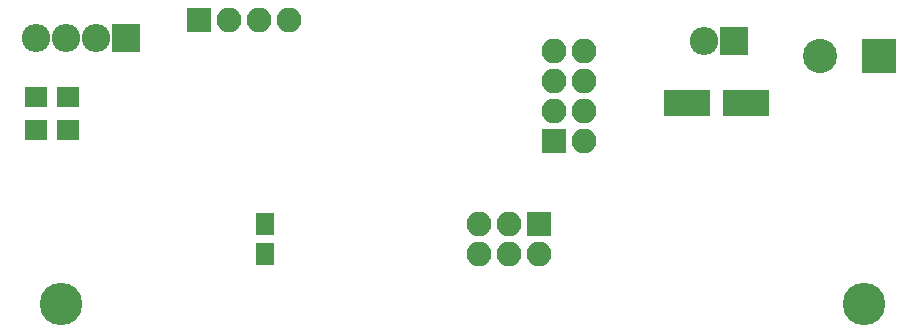
<source format=gbr>
G04 #@! TF.FileFunction,Soldermask,Bot*
%FSLAX46Y46*%
G04 Gerber Fmt 4.6, Leading zero omitted, Abs format (unit mm)*
G04 Created by KiCad (PCBNEW 4.0.6-e0-6349~53~ubuntu16.04.1) date Wed Jun 28 19:43:20 2017*
%MOMM*%
%LPD*%
G01*
G04 APERTURE LIST*
%ADD10C,0.100000*%
%ADD11R,2.100000X2.100000*%
%ADD12O,2.100000X2.100000*%
%ADD13O,2.398980X2.398980*%
%ADD14R,2.398980X2.398980*%
%ADD15R,1.650000X1.900000*%
%ADD16R,1.900000X1.700000*%
%ADD17R,3.900000X2.200000*%
%ADD18R,2.900000X2.900000*%
%ADD19C,2.900000*%
%ADD20C,3.600000*%
G04 APERTURE END LIST*
D10*
D11*
X98750000Y-81250000D03*
D12*
X98750000Y-78710000D03*
X98750000Y-76170000D03*
X98750000Y-73630000D03*
X101290000Y-81250000D03*
X101290000Y-78710000D03*
X101290000Y-76170000D03*
X101290000Y-73630000D03*
D13*
X111460000Y-72750000D03*
D14*
X114000000Y-72750000D03*
D15*
X74250000Y-90750000D03*
X74250000Y-88250000D03*
D11*
X97500000Y-88210000D03*
D12*
X97500000Y-90750000D03*
X94960000Y-88210000D03*
X94960000Y-90750000D03*
X92420000Y-88210000D03*
X92420000Y-90750000D03*
D11*
X68670000Y-71000000D03*
D12*
X71210000Y-71000000D03*
X73750000Y-71000000D03*
X76290000Y-71000000D03*
D16*
X57600000Y-80250000D03*
X54900000Y-80250000D03*
X57600000Y-77500000D03*
X54900000Y-77500000D03*
D17*
X110000000Y-78000000D03*
X115000000Y-78000000D03*
D18*
X126250000Y-74000000D03*
D19*
X121250000Y-74000000D03*
D13*
X54880000Y-72500000D03*
D14*
X62500000Y-72500000D03*
D13*
X59960000Y-72500000D03*
X57420000Y-72500000D03*
D20*
X57000000Y-95000000D03*
X125000000Y-95000000D03*
M02*

</source>
